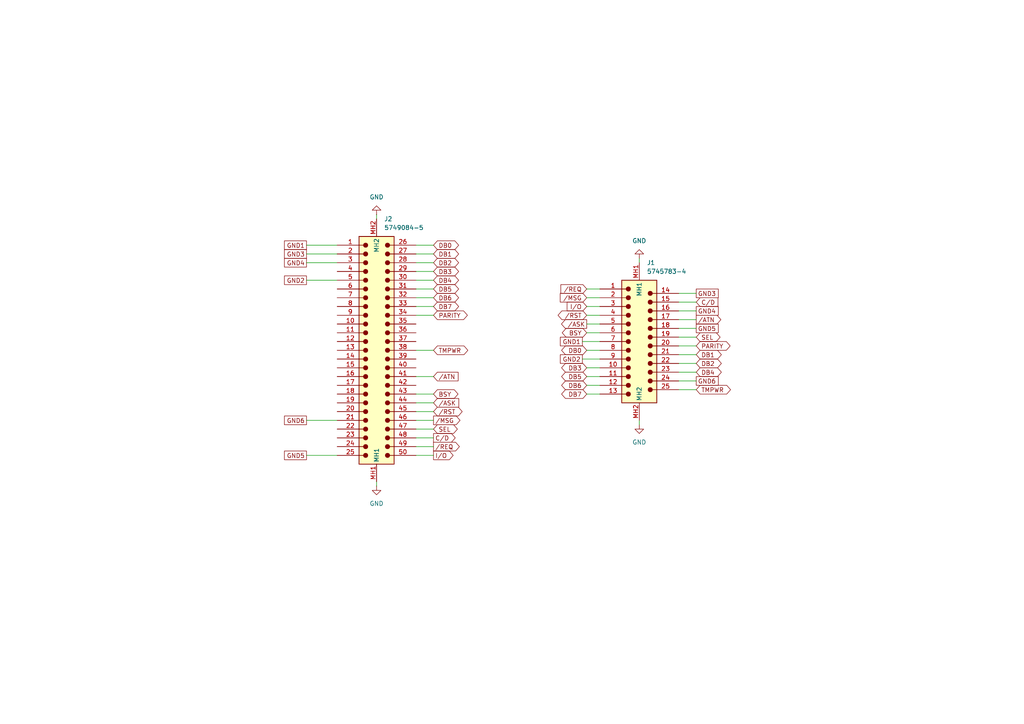
<source format=kicad_sch>
(kicad_sch
	(version 20231120)
	(generator "eeschema")
	(generator_version "8.0")
	(uuid "6dcfd41a-859a-4c39-817e-60a460d348e2")
	(paper "A4")
	(title_block
		(title "SCSI DB25-HD50 Adapter")
	)
	(lib_symbols
		(symbol "Local:TE_3_106507_2"
			(exclude_from_sim no)
			(in_bom yes)
			(on_board yes)
			(property "Reference" "J"
				(at -11.176 23.368 0)
				(effects
					(font
						(size 1.27 1.27)
					)
				)
			)
			(property "Value" "3-106507-2"
				(at -11.176 20.066 0)
				(effects
					(font
						(size 1.27 1.27)
					)
				)
			)
			(property "Footprint" "Local:TE_3_106507_2"
				(at -31.496 3.81 0)
				(effects
					(font
						(size 1.27 1.27)
					)
					(hide yes)
				)
			)
			(property "Datasheet" ""
				(at -31.496 3.81 0)
				(effects
					(font
						(size 1.27 1.27)
					)
					(hide yes)
				)
			)
			(property "Description" "25P.HDP20 REC.ASSY."
				(at 12.446 20.32 0)
				(effects
					(font
						(size 1.27 1.27)
					)
					(hide yes)
				)
			)
			(symbol "TE_3_106507_2_0_1"
				(circle
					(center -3.175 -15.24)
					(radius 0.635)
					(stroke
						(width 0)
						(type default)
					)
					(fill
						(type outline)
					)
				)
				(circle
					(center -3.175 -12.7)
					(radius 0.635)
					(stroke
						(width 0)
						(type default)
					)
					(fill
						(type outline)
					)
				)
				(circle
					(center -3.175 -10.16)
					(radius 0.635)
					(stroke
						(width 0)
						(type default)
					)
					(fill
						(type outline)
					)
				)
				(circle
					(center -3.175 -7.62)
					(radius 0.635)
					(stroke
						(width 0)
						(type default)
					)
					(fill
						(type outline)
					)
				)
				(circle
					(center -3.175 -5.08)
					(radius 0.635)
					(stroke
						(width 0)
						(type default)
					)
					(fill
						(type outline)
					)
				)
				(circle
					(center -3.175 -2.54)
					(radius 0.635)
					(stroke
						(width 0)
						(type default)
					)
					(fill
						(type outline)
					)
				)
				(circle
					(center -3.175 0)
					(radius 0.635)
					(stroke
						(width 0)
						(type default)
					)
					(fill
						(type outline)
					)
				)
				(circle
					(center -3.175 2.54)
					(radius 0.635)
					(stroke
						(width 0)
						(type default)
					)
					(fill
						(type outline)
					)
				)
				(circle
					(center -3.175 5.08)
					(radius 0.635)
					(stroke
						(width 0)
						(type default)
					)
					(fill
						(type outline)
					)
				)
				(circle
					(center -3.175 7.62)
					(radius 0.635)
					(stroke
						(width 0)
						(type default)
					)
					(fill
						(type outline)
					)
				)
				(circle
					(center -3.175 10.16)
					(radius 0.635)
					(stroke
						(width 0)
						(type default)
					)
					(fill
						(type outline)
					)
				)
				(circle
					(center -3.175 12.7)
					(radius 0.635)
					(stroke
						(width 0)
						(type default)
					)
					(fill
						(type outline)
					)
				)
				(circle
					(center -3.175 15.24)
					(radius 0.635)
					(stroke
						(width 0)
						(type default)
					)
					(fill
						(type outline)
					)
				)
				(polyline
					(pts
						(xy -5.08 17.78) (xy -5.08 -17.78) (xy 5.08 -17.78) (xy 5.08 17.78) (xy -5.08 17.78)
					)
					(stroke
						(width 0.254)
						(type default)
					)
					(fill
						(type background)
					)
				)
				(circle
					(center 3.175 -13.97)
					(radius 0.635)
					(stroke
						(width 0)
						(type default)
					)
					(fill
						(type outline)
					)
				)
				(circle
					(center 3.175 -11.43)
					(radius 0.635)
					(stroke
						(width 0)
						(type default)
					)
					(fill
						(type outline)
					)
				)
				(circle
					(center 3.175 -8.89)
					(radius 0.635)
					(stroke
						(width 0)
						(type default)
					)
					(fill
						(type outline)
					)
				)
				(circle
					(center 3.175 -6.35)
					(radius 0.635)
					(stroke
						(width 0)
						(type default)
					)
					(fill
						(type outline)
					)
				)
				(circle
					(center 3.175 -3.81)
					(radius 0.635)
					(stroke
						(width 0)
						(type default)
					)
					(fill
						(type outline)
					)
				)
				(circle
					(center 3.175 -1.27)
					(radius 0.635)
					(stroke
						(width 0)
						(type default)
					)
					(fill
						(type outline)
					)
				)
				(circle
					(center 3.175 1.27)
					(radius 0.635)
					(stroke
						(width 0)
						(type default)
					)
					(fill
						(type outline)
					)
				)
				(circle
					(center 3.175 3.81)
					(radius 0.635)
					(stroke
						(width 0)
						(type default)
					)
					(fill
						(type outline)
					)
				)
				(circle
					(center 3.175 6.35)
					(radius 0.635)
					(stroke
						(width 0)
						(type default)
					)
					(fill
						(type outline)
					)
				)
				(circle
					(center 3.175 8.89)
					(radius 0.635)
					(stroke
						(width 0)
						(type default)
					)
					(fill
						(type outline)
					)
				)
				(circle
					(center 3.175 11.43)
					(radius 0.635)
					(stroke
						(width 0)
						(type default)
					)
					(fill
						(type outline)
					)
				)
				(circle
					(center 3.175 13.97)
					(radius 0.635)
					(stroke
						(width 0)
						(type default)
					)
					(fill
						(type outline)
					)
				)
			)
			(symbol "TE_3_106507_2_1_1"
				(pin passive line
					(at -11.43 15.24 0)
					(length 7.62)
					(name "~"
						(effects
							(font
								(size 1.27 1.27)
							)
						)
					)
					(number "1"
						(effects
							(font
								(size 1.27 1.27)
							)
						)
					)
				)
				(pin passive line
					(at -11.43 -7.62 0)
					(length 7.62)
					(name "~"
						(effects
							(font
								(size 1.27 1.27)
							)
						)
					)
					(number "10"
						(effects
							(font
								(size 1.27 1.27)
							)
						)
					)
				)
				(pin passive line
					(at -11.43 -10.16 0)
					(length 7.62)
					(name "~"
						(effects
							(font
								(size 1.27 1.27)
							)
						)
					)
					(number "11"
						(effects
							(font
								(size 1.27 1.27)
							)
						)
					)
				)
				(pin passive line
					(at -11.43 -12.7 0)
					(length 7.62)
					(name "~"
						(effects
							(font
								(size 1.27 1.27)
							)
						)
					)
					(number "12"
						(effects
							(font
								(size 1.27 1.27)
							)
						)
					)
				)
				(pin passive line
					(at -11.43 -15.24 0)
					(length 7.62)
					(name "~"
						(effects
							(font
								(size 1.27 1.27)
							)
						)
					)
					(number "13"
						(effects
							(font
								(size 1.27 1.27)
							)
						)
					)
				)
				(pin passive line
					(at 11.43 13.97 180)
					(length 7.62)
					(name "~"
						(effects
							(font
								(size 1.27 1.27)
							)
						)
					)
					(number "14"
						(effects
							(font
								(size 1.27 1.27)
							)
						)
					)
				)
				(pin passive line
					(at 11.43 11.43 180)
					(length 7.62)
					(name "~"
						(effects
							(font
								(size 1.27 1.27)
							)
						)
					)
					(number "15"
						(effects
							(font
								(size 1.27 1.27)
							)
						)
					)
				)
				(pin passive line
					(at 11.43 8.89 180)
					(length 7.62)
					(name "~"
						(effects
							(font
								(size 1.27 1.27)
							)
						)
					)
					(number "16"
						(effects
							(font
								(size 1.27 1.27)
							)
						)
					)
				)
				(pin passive line
					(at 11.43 6.35 180)
					(length 7.62)
					(name "~"
						(effects
							(font
								(size 1.27 1.27)
							)
						)
					)
					(number "17"
						(effects
							(font
								(size 1.27 1.27)
							)
						)
					)
				)
				(pin passive line
					(at 11.43 3.81 180)
					(length 7.62)
					(name "~"
						(effects
							(font
								(size 1.27 1.27)
							)
						)
					)
					(number "18"
						(effects
							(font
								(size 1.27 1.27)
							)
						)
					)
				)
				(pin passive line
					(at 11.43 1.27 180)
					(length 7.62)
					(name "~"
						(effects
							(font
								(size 1.27 1.27)
							)
						)
					)
					(number "19"
						(effects
							(font
								(size 1.27 1.27)
							)
						)
					)
				)
				(pin passive line
					(at -11.43 12.7 0)
					(length 7.62)
					(name "~"
						(effects
							(font
								(size 1.27 1.27)
							)
						)
					)
					(number "2"
						(effects
							(font
								(size 1.27 1.27)
							)
						)
					)
				)
				(pin passive line
					(at 11.43 -1.27 180)
					(length 7.62)
					(name "~"
						(effects
							(font
								(size 1.27 1.27)
							)
						)
					)
					(number "20"
						(effects
							(font
								(size 1.27 1.27)
							)
						)
					)
				)
				(pin passive line
					(at 11.43 -3.81 180)
					(length 7.62)
					(name "~"
						(effects
							(font
								(size 1.27 1.27)
							)
						)
					)
					(number "21"
						(effects
							(font
								(size 1.27 1.27)
							)
						)
					)
				)
				(pin passive line
					(at 11.43 -6.35 180)
					(length 7.62)
					(name "~"
						(effects
							(font
								(size 1.27 1.27)
							)
						)
					)
					(number "22"
						(effects
							(font
								(size 1.27 1.27)
							)
						)
					)
				)
				(pin passive line
					(at 11.43 -8.89 180)
					(length 7.62)
					(name "~"
						(effects
							(font
								(size 1.27 1.27)
							)
						)
					)
					(number "23"
						(effects
							(font
								(size 1.27 1.27)
							)
						)
					)
				)
				(pin passive line
					(at 11.43 -11.43 180)
					(length 7.62)
					(name "~"
						(effects
							(font
								(size 1.27 1.27)
							)
						)
					)
					(number "24"
						(effects
							(font
								(size 1.27 1.27)
							)
						)
					)
				)
				(pin passive line
					(at 11.43 -13.97 180)
					(length 7.62)
					(name "~"
						(effects
							(font
								(size 1.27 1.27)
							)
						)
					)
					(number "25"
						(effects
							(font
								(size 1.27 1.27)
							)
						)
					)
				)
				(pin passive line
					(at -11.43 10.16 0)
					(length 7.62)
					(name "~"
						(effects
							(font
								(size 1.27 1.27)
							)
						)
					)
					(number "3"
						(effects
							(font
								(size 1.27 1.27)
							)
						)
					)
				)
				(pin passive line
					(at -11.43 7.62 0)
					(length 7.62)
					(name "~"
						(effects
							(font
								(size 1.27 1.27)
							)
						)
					)
					(number "4"
						(effects
							(font
								(size 1.27 1.27)
							)
						)
					)
				)
				(pin passive line
					(at -11.43 5.08 0)
					(length 7.62)
					(name "~"
						(effects
							(font
								(size 1.27 1.27)
							)
						)
					)
					(number "5"
						(effects
							(font
								(size 1.27 1.27)
							)
						)
					)
				)
				(pin passive line
					(at -11.43 2.54 0)
					(length 7.62)
					(name "~"
						(effects
							(font
								(size 1.27 1.27)
							)
						)
					)
					(number "6"
						(effects
							(font
								(size 1.27 1.27)
							)
						)
					)
				)
				(pin passive line
					(at -11.43 0 0)
					(length 7.62)
					(name "~"
						(effects
							(font
								(size 1.27 1.27)
							)
						)
					)
					(number "7"
						(effects
							(font
								(size 1.27 1.27)
							)
						)
					)
				)
				(pin passive line
					(at -11.43 -2.54 0)
					(length 7.62)
					(name "~"
						(effects
							(font
								(size 1.27 1.27)
							)
						)
					)
					(number "8"
						(effects
							(font
								(size 1.27 1.27)
							)
						)
					)
				)
				(pin passive line
					(at -11.43 -5.08 0)
					(length 7.62)
					(name "~"
						(effects
							(font
								(size 1.27 1.27)
							)
						)
					)
					(number "9"
						(effects
							(font
								(size 1.27 1.27)
							)
						)
					)
				)
				(pin passive line
					(at 0 22.86 270)
					(length 5.08)
					(name "MH1"
						(effects
							(font
								(size 1.27 1.27)
							)
						)
					)
					(number "MH1"
						(effects
							(font
								(size 1.27 1.27)
							)
						)
					)
				)
				(pin passive line
					(at 0 -22.86 90)
					(length 5.08)
					(name "MH2"
						(effects
							(font
								(size 1.27 1.27)
							)
						)
					)
					(number "MH2"
						(effects
							(font
								(size 1.27 1.27)
							)
						)
					)
				)
			)
		)
		(symbol "Local:TE_5749084_5"
			(exclude_from_sim no)
			(in_bom yes)
			(on_board yes)
			(property "Reference" "J"
				(at -10.414 39.624 0)
				(effects
					(font
						(size 1.27 1.27)
					)
				)
			)
			(property "Value" "5749084-5"
				(at -10.668 36.068 0)
				(effects
					(font
						(size 1.27 1.27)
					)
				)
			)
			(property "Footprint" "Local:TE_5749084_5"
				(at -10.668 36.068 0)
				(effects
					(font
						(size 1.27 1.27)
					)
					(hide yes)
				)
			)
			(property "Datasheet" ""
				(at -10.668 36.068 0)
				(effects
					(font
						(size 1.27 1.27)
					)
					(hide yes)
				)
			)
			(property "Description" "50 50SR R/A PLUG ASSY L/F "
				(at 18.288 36.322 0)
				(effects
					(font
						(size 1.27 1.27)
					)
					(hide yes)
				)
			)
			(property "ki_keywords" "connector plug male D-SUB SCSI"
				(at 0 0 0)
				(effects
					(font
						(size 1.27 1.27)
					)
					(hide yes)
				)
			)
			(symbol "TE_5749084_5_0_1"
				(circle
					(center -3.175 -30.48)
					(radius 0.635)
					(stroke
						(width 0)
						(type default)
					)
					(fill
						(type outline)
					)
				)
				(circle
					(center -3.175 -27.94)
					(radius 0.635)
					(stroke
						(width 0)
						(type default)
					)
					(fill
						(type outline)
					)
				)
				(circle
					(center -3.175 -25.4)
					(radius 0.635)
					(stroke
						(width 0)
						(type default)
					)
					(fill
						(type outline)
					)
				)
				(circle
					(center -3.175 -22.86)
					(radius 0.635)
					(stroke
						(width 0)
						(type default)
					)
					(fill
						(type outline)
					)
				)
				(circle
					(center -3.175 -20.32)
					(radius 0.635)
					(stroke
						(width 0)
						(type default)
					)
					(fill
						(type outline)
					)
				)
				(circle
					(center -3.175 -17.78)
					(radius 0.635)
					(stroke
						(width 0)
						(type default)
					)
					(fill
						(type outline)
					)
				)
				(circle
					(center -3.175 -15.24)
					(radius 0.635)
					(stroke
						(width 0)
						(type default)
					)
					(fill
						(type outline)
					)
				)
				(circle
					(center -3.175 -12.7)
					(radius 0.635)
					(stroke
						(width 0)
						(type default)
					)
					(fill
						(type outline)
					)
				)
				(circle
					(center -3.175 -10.16)
					(radius 0.635)
					(stroke
						(width 0)
						(type default)
					)
					(fill
						(type outline)
					)
				)
				(circle
					(center -3.175 -7.62)
					(radius 0.635)
					(stroke
						(width 0)
						(type default)
					)
					(fill
						(type outline)
					)
				)
				(circle
					(center -3.175 -5.08)
					(radius 0.635)
					(stroke
						(width 0)
						(type default)
					)
					(fill
						(type outline)
					)
				)
				(circle
					(center -3.175 -2.54)
					(radius 0.635)
					(stroke
						(width 0)
						(type default)
					)
					(fill
						(type outline)
					)
				)
				(circle
					(center -3.175 0)
					(radius 0.635)
					(stroke
						(width 0)
						(type default)
					)
					(fill
						(type outline)
					)
				)
				(circle
					(center -3.175 2.54)
					(radius 0.635)
					(stroke
						(width 0)
						(type default)
					)
					(fill
						(type outline)
					)
				)
				(circle
					(center -3.175 5.08)
					(radius 0.635)
					(stroke
						(width 0)
						(type default)
					)
					(fill
						(type outline)
					)
				)
				(circle
					(center -3.175 7.62)
					(radius 0.635)
					(stroke
						(width 0)
						(type default)
					)
					(fill
						(type outline)
					)
				)
				(circle
					(center -3.175 10.16)
					(radius 0.635)
					(stroke
						(width 0)
						(type default)
					)
					(fill
						(type outline)
					)
				)
				(circle
					(center -3.175 12.7)
					(radius 0.635)
					(stroke
						(width 0)
						(type default)
					)
					(fill
						(type outline)
					)
				)
				(circle
					(center -3.175 15.24)
					(radius 0.635)
					(stroke
						(width 0)
						(type default)
					)
					(fill
						(type outline)
					)
				)
				(circle
					(center -3.175 17.78)
					(radius 0.635)
					(stroke
						(width 0)
						(type default)
					)
					(fill
						(type outline)
					)
				)
				(circle
					(center -3.175 20.32)
					(radius 0.635)
					(stroke
						(width 0)
						(type default)
					)
					(fill
						(type outline)
					)
				)
				(circle
					(center -3.175 22.86)
					(radius 0.635)
					(stroke
						(width 0)
						(type default)
					)
					(fill
						(type outline)
					)
				)
				(circle
					(center -3.175 25.4)
					(radius 0.635)
					(stroke
						(width 0)
						(type default)
					)
					(fill
						(type outline)
					)
				)
				(circle
					(center -3.175 27.94)
					(radius 0.635)
					(stroke
						(width 0)
						(type default)
					)
					(fill
						(type outline)
					)
				)
				(circle
					(center -3.175 30.48)
					(radius 0.635)
					(stroke
						(width 0)
						(type default)
					)
					(fill
						(type outline)
					)
				)
				(polyline
					(pts
						(xy -5.08 33.02) (xy -5.08 -33.02) (xy 5.08 -33.02) (xy 5.08 33.02) (xy -5.08 33.02)
					)
					(stroke
						(width 0.254)
						(type default)
					)
					(fill
						(type background)
					)
				)
				(circle
					(center 3.175 -30.48)
					(radius 0.635)
					(stroke
						(width 0)
						(type default)
					)
					(fill
						(type outline)
					)
				)
				(circle
					(center 3.175 -27.94)
					(radius 0.635)
					(stroke
						(width 0)
						(type default)
					)
					(fill
						(type outline)
					)
				)
				(circle
					(center 3.175 -25.4)
					(radius 0.635)
					(stroke
						(width 0)
						(type default)
					)
					(fill
						(type outline)
					)
				)
				(circle
					(center 3.175 -22.86)
					(radius 0.635)
					(stroke
						(width 0)
						(type default)
					)
					(fill
						(type outline)
					)
				)
				(circle
					(center 3.175 -20.32)
					(radius 0.635)
					(stroke
						(width 0)
						(type default)
					)
					(fill
						(type outline)
					)
				)
				(circle
					(center 3.175 -17.78)
					(radius 0.635)
					(stroke
						(width 0)
						(type default)
					)
					(fill
						(type outline)
					)
				)
				(circle
					(center 3.175 -15.24)
					(radius 0.635)
					(stroke
						(width 0)
						(type default)
					)
					(fill
						(type outline)
					)
				)
				(circle
					(center 3.175 -12.7)
					(radius 0.635)
					(stroke
						(width 0)
						(type default)
					)
					(fill
						(type outline)
					)
				)
				(circle
					(center 3.175 -10.16)
					(radius 0.635)
					(stroke
						(width 0)
						(type default)
					)
					(fill
						(type outline)
					)
				)
				(circle
					(center 3.175 -7.62)
					(radius 0.635)
					(stroke
						(width 0)
						(type default)
					)
					(fill
						(type outline)
					)
				)
				(circle
					(center 3.175 -5.08)
					(radius 0.635)
					(stroke
						(width 0)
						(type default)
					)
					(fill
						(type outline)
					)
				)
				(circle
					(center 3.175 -2.54)
					(radius 0.635)
					(stroke
						(width 0)
						(type default)
					)
					(fill
						(type outline)
					)
				)
				(circle
					(center 3.175 0)
					(radius 0.635)
					(stroke
						(width 0)
						(type default)
					)
					(fill
						(type outline)
					)
				)
				(circle
					(center 3.175 2.54)
					(radius 0.635)
					(stroke
						(width 0)
						(type default)
					)
					(fill
						(type outline)
					)
				)
				(circle
					(center 3.175 5.08)
					(radius 0.635)
					(stroke
						(width 0)
						(type default)
					)
					(fill
						(type outline)
					)
				)
				(circle
					(center 3.175 7.62)
					(radius 0.635)
					(stroke
						(width 0)
						(type default)
					)
					(fill
						(type outline)
					)
				)
				(circle
					(center 3.175 10.16)
					(radius 0.635)
					(stroke
						(width 0)
						(type default)
					)
					(fill
						(type outline)
					)
				)
				(circle
					(center 3.175 12.7)
					(radius 0.635)
					(stroke
						(width 0)
						(type default)
					)
					(fill
						(type outline)
					)
				)
				(circle
					(center 3.175 15.24)
					(radius 0.635)
					(stroke
						(width 0)
						(type default)
					)
					(fill
						(type outline)
					)
				)
				(circle
					(center 3.175 17.78)
					(radius 0.635)
					(stroke
						(width 0)
						(type default)
					)
					(fill
						(type outline)
					)
				)
				(circle
					(center 3.175 20.32)
					(radius 0.635)
					(stroke
						(width 0)
						(type default)
					)
					(fill
						(type outline)
					)
				)
				(circle
					(center 3.175 22.86)
					(radius 0.635)
					(stroke
						(width 0)
						(type default)
					)
					(fill
						(type outline)
					)
				)
				(circle
					(center 3.175 25.4)
					(radius 0.635)
					(stroke
						(width 0)
						(type default)
					)
					(fill
						(type outline)
					)
				)
				(circle
					(center 3.175 27.94)
					(radius 0.635)
					(stroke
						(width 0)
						(type default)
					)
					(fill
						(type outline)
					)
				)
				(circle
					(center 3.175 30.48)
					(radius 0.635)
					(stroke
						(width 0)
						(type default)
					)
					(fill
						(type outline)
					)
				)
			)
			(symbol "TE_5749084_5_1_1"
				(pin passive line
					(at -11.43 30.48 0)
					(length 7.62)
					(name "~"
						(effects
							(font
								(size 1.27 1.27)
							)
						)
					)
					(number "1"
						(effects
							(font
								(size 1.27 1.27)
							)
						)
					)
				)
				(pin passive line
					(at -11.43 7.62 0)
					(length 7.62)
					(name "~"
						(effects
							(font
								(size 1.27 1.27)
							)
						)
					)
					(number "10"
						(effects
							(font
								(size 1.27 1.27)
							)
						)
					)
				)
				(pin passive line
					(at -11.43 5.08 0)
					(length 7.62)
					(name "~"
						(effects
							(font
								(size 1.27 1.27)
							)
						)
					)
					(number "11"
						(effects
							(font
								(size 1.27 1.27)
							)
						)
					)
				)
				(pin passive line
					(at -11.43 2.54 0)
					(length 7.62)
					(name "~"
						(effects
							(font
								(size 1.27 1.27)
							)
						)
					)
					(number "12"
						(effects
							(font
								(size 1.27 1.27)
							)
						)
					)
				)
				(pin passive line
					(at -11.43 0 0)
					(length 7.62)
					(name "~"
						(effects
							(font
								(size 1.27 1.27)
							)
						)
					)
					(number "13"
						(effects
							(font
								(size 1.27 1.27)
							)
						)
					)
				)
				(pin passive line
					(at -11.43 -2.54 0)
					(length 7.62)
					(name "~"
						(effects
							(font
								(size 1.27 1.27)
							)
						)
					)
					(number "14"
						(effects
							(font
								(size 1.27 1.27)
							)
						)
					)
				)
				(pin passive line
					(at -11.43 -5.08 0)
					(length 7.62)
					(name "~"
						(effects
							(font
								(size 1.27 1.27)
							)
						)
					)
					(number "15"
						(effects
							(font
								(size 1.27 1.27)
							)
						)
					)
				)
				(pin passive line
					(at -11.43 -7.62 0)
					(length 7.62)
					(name "~"
						(effects
							(font
								(size 1.27 1.27)
							)
						)
					)
					(number "16"
						(effects
							(font
								(size 1.27 1.27)
							)
						)
					)
				)
				(pin passive line
					(at -11.43 -10.16 0)
					(length 7.62)
					(name "~"
						(effects
							(font
								(size 1.27 1.27)
							)
						)
					)
					(number "17"
						(effects
							(font
								(size 1.27 1.27)
							)
						)
					)
				)
				(pin passive line
					(at -11.43 -12.7 0)
					(length 7.62)
					(name "~"
						(effects
							(font
								(size 1.27 1.27)
							)
						)
					)
					(number "18"
						(effects
							(font
								(size 1.27 1.27)
							)
						)
					)
				)
				(pin passive line
					(at -11.43 -15.24 0)
					(length 7.62)
					(name "~"
						(effects
							(font
								(size 1.27 1.27)
							)
						)
					)
					(number "19"
						(effects
							(font
								(size 1.27 1.27)
							)
						)
					)
				)
				(pin passive line
					(at -11.43 27.94 0)
					(length 7.62)
					(name "~"
						(effects
							(font
								(size 1.27 1.27)
							)
						)
					)
					(number "2"
						(effects
							(font
								(size 1.27 1.27)
							)
						)
					)
				)
				(pin passive line
					(at -11.43 -17.78 0)
					(length 7.62)
					(name "~"
						(effects
							(font
								(size 1.27 1.27)
							)
						)
					)
					(number "20"
						(effects
							(font
								(size 1.27 1.27)
							)
						)
					)
				)
				(pin passive line
					(at -11.43 -20.32 0)
					(length 7.62)
					(name "~"
						(effects
							(font
								(size 1.27 1.27)
							)
						)
					)
					(number "21"
						(effects
							(font
								(size 1.27 1.27)
							)
						)
					)
				)
				(pin passive line
					(at -11.43 -22.86 0)
					(length 7.62)
					(name "~"
						(effects
							(font
								(size 1.27 1.27)
							)
						)
					)
					(number "22"
						(effects
							(font
								(size 1.27 1.27)
							)
						)
					)
				)
				(pin passive line
					(at -11.43 -25.4 0)
					(length 7.62)
					(name "~"
						(effects
							(font
								(size 1.27 1.27)
							)
						)
					)
					(number "23"
						(effects
							(font
								(size 1.27 1.27)
							)
						)
					)
				)
				(pin passive line
					(at -11.43 -27.94 0)
					(length 7.62)
					(name "~"
						(effects
							(font
								(size 1.27 1.27)
							)
						)
					)
					(number "24"
						(effects
							(font
								(size 1.27 1.27)
							)
						)
					)
				)
				(pin passive line
					(at -11.43 -30.48 0)
					(length 7.62)
					(name "~"
						(effects
							(font
								(size 1.27 1.27)
							)
						)
					)
					(number "25"
						(effects
							(font
								(size 1.27 1.27)
							)
						)
					)
				)
				(pin passive line
					(at 11.43 30.48 180)
					(length 7.62)
					(name "~"
						(effects
							(font
								(size 1.27 1.27)
							)
						)
					)
					(number "26"
						(effects
							(font
								(size 1.27 1.27)
							)
						)
					)
				)
				(pin passive line
					(at 11.43 27.94 180)
					(length 7.62)
					(name "~"
						(effects
							(font
								(size 1.27 1.27)
							)
						)
					)
					(number "27"
						(effects
							(font
								(size 1.27 1.27)
							)
						)
					)
				)
				(pin passive line
					(at 11.43 25.4 180)
					(length 7.62)
					(name "~"
						(effects
							(font
								(size 1.27 1.27)
							)
						)
					)
					(number "28"
						(effects
							(font
								(size 1.27 1.27)
							)
						)
					)
				)
				(pin passive line
					(at 11.43 22.86 180)
					(length 7.62)
					(name "~"
						(effects
							(font
								(size 1.27 1.27)
							)
						)
					)
					(number "29"
						(effects
							(font
								(size 1.27 1.27)
							)
						)
					)
				)
				(pin passive line
					(at -11.43 25.4 0)
					(length 7.62)
					(name "~"
						(effects
							(font
								(size 1.27 1.27)
							)
						)
					)
					(number "3"
						(effects
							(font
								(size 1.27 1.27)
							)
						)
					)
				)
				(pin passive line
					(at 11.43 20.32 180)
					(length 7.62)
					(name "~"
						(effects
							(font
								(size 1.27 1.27)
							)
						)
					)
					(number "30"
						(effects
							(font
								(size 1.27 1.27)
							)
						)
					)
				)
				(pin passive line
					(at 11.43 17.78 180)
					(length 7.62)
					(name "~"
						(effects
							(font
								(size 1.27 1.27)
							)
						)
					)
					(number "31"
						(effects
							(font
								(size 1.27 1.27)
							)
						)
					)
				)
				(pin passive line
					(at 11.43 15.24 180)
					(length 7.62)
					(name "~"
						(effects
							(font
								(size 1.27 1.27)
							)
						)
					)
					(number "32"
						(effects
							(font
								(size 1.27 1.27)
							)
						)
					)
				)
				(pin passive line
					(at 11.43 12.7 180)
					(length 7.62)
					(name "~"
						(effects
							(font
								(size 1.27 1.27)
							)
						)
					)
					(number "33"
						(effects
							(font
								(size 1.27 1.27)
							)
						)
					)
				)
				(pin passive line
					(at 11.43 10.16 180)
					(length 7.62)
					(name "~"
						(effects
							(font
								(size 1.27 1.27)
							)
						)
					)
					(number "34"
						(effects
							(font
								(size 1.27 1.27)
							)
						)
					)
				)
				(pin passive line
					(at 11.43 7.62 180)
					(length 7.62)
					(name "~"
						(effects
							(font
								(size 1.27 1.27)
							)
						)
					)
					(number "35"
						(effects
							(font
								(size 1.27 1.27)
							)
						)
					)
				)
				(pin passive line
					(at 11.43 5.08 180)
					(length 7.62)
					(name "~"
						(effects
							(font
								(size 1.27 1.27)
							)
						)
					)
					(number "36"
						(effects
							(font
								(size 1.27 1.27)
							)
						)
					)
				)
				(pin passive line
					(at 11.43 2.54 180)
					(length 7.62)
					(name "~"
						(effects
							(font
								(size 1.27 1.27)
							)
						)
					)
					(number "37"
						(effects
							(font
								(size 1.27 1.27)
							)
						)
					)
				)
				(pin passive line
					(at 11.43 0 180)
					(length 7.62)
					(name "~"
						(effects
							(font
								(size 1.27 1.27)
							)
						)
					)
					(number "38"
						(effects
							(font
								(size 1.27 1.27)
							)
						)
					)
				)
				(pin passive line
					(at 11.43 -2.54 180)
					(length 7.62)
					(name "~"
						(effects
							(font
								(size 1.27 1.27)
							)
						)
					)
					(number "39"
						(effects
							(font
								(size 1.27 1.27)
							)
						)
					)
				)
				(pin passive line
					(at -11.43 22.86 0)
					(length 7.62)
					(name "~"
						(effects
							(font
								(size 1.27 1.27)
							)
						)
					)
					(number "4"
						(effects
							(font
								(size 1.27 1.27)
							)
						)
					)
				)
				(pin passive line
					(at 11.43 -5.08 180)
					(length 7.62)
					(name "~"
						(effects
							(font
								(size 1.27 1.27)
							)
						)
					)
					(number "40"
						(effects
							(font
								(size 1.27 1.27)
							)
						)
					)
				)
				(pin passive line
					(at 11.43 -7.62 180)
					(length 7.62)
					(name "~"
						(effects
							(font
								(size 1.27 1.27)
							)
						)
					)
					(number "41"
						(effects
							(font
								(size 1.27 1.27)
							)
						)
					)
				)
				(pin passive line
					(at 11.43 -10.16 180)
					(length 7.62)
					(name "~"
						(effects
							(font
								(size 1.27 1.27)
							)
						)
					)
					(number "42"
						(effects
							(font
								(size 1.27 1.27)
							)
						)
					)
				)
				(pin passive line
					(at 11.43 -12.7 180)
					(length 7.62)
					(name "~"
						(effects
							(font
								(size 1.27 1.27)
							)
						)
					)
					(number "43"
						(effects
							(font
								(size 1.27 1.27)
							)
						)
					)
				)
				(pin passive line
					(at 11.43 -15.24 180)
					(length 7.62)
					(name "~"
						(effects
							(font
								(size 1.27 1.27)
							)
						)
					)
					(number "44"
						(effects
							(font
								(size 1.27 1.27)
							)
						)
					)
				)
				(pin passive line
					(at 11.43 -17.78 180)
					(length 7.62)
					(name "~"
						(effects
							(font
								(size 1.27 1.27)
							)
						)
					)
					(number "45"
						(effects
							(font
								(size 1.27 1.27)
							)
						)
					)
				)
				(pin passive line
					(at 11.43 -20.32 180)
					(length 7.62)
					(name "~"
						(effects
							(font
								(size 1.27 1.27)
							)
						)
					)
					(number "46"
						(effects
							(font
								(size 1.27 1.27)
							)
						)
					)
				)
				(pin passive line
					(at 11.43 -22.86 180)
					(length 7.62)
					(name "~"
						(effects
							(font
								(size 1.27 1.27)
							)
						)
					)
					(number "47"
						(effects
							(font
								(size 1.27 1.27)
							)
						)
					)
				)
				(pin passive line
					(at 11.43 -25.4 180)
					(length 7.62)
					(name "~"
						(effects
							(font
								(size 1.27 1.27)
							)
						)
					)
					(number "48"
						(effects
							(font
								(size 1.27 1.27)
							)
						)
					)
				)
				(pin passive line
					(at 11.43 -27.94 180)
					(length 7.62)
					(name "~"
						(effects
							(font
								(size 1.27 1.27)
							)
						)
					)
					(number "49"
						(effects
							(font
								(size 1.27 1.27)
							)
						)
					)
				)
				(pin passive line
					(at -11.43 20.32 0)
					(length 7.62)
					(name "~"
						(effects
							(font
								(size 1.27 1.27)
							)
						)
					)
					(number "5"
						(effects
							(font
								(size 1.27 1.27)
							)
						)
					)
				)
				(pin passive line
					(at 11.43 -30.48 180)
					(length 7.62)
					(name "~"
						(effects
							(font
								(size 1.27 1.27)
							)
						)
					)
					(number "50"
						(effects
							(font
								(size 1.27 1.27)
							)
						)
					)
				)
				(pin passive line
					(at -11.43 17.78 0)
					(length 7.62)
					(name "~"
						(effects
							(font
								(size 1.27 1.27)
							)
						)
					)
					(number "6"
						(effects
							(font
								(size 1.27 1.27)
							)
						)
					)
				)
				(pin passive line
					(at -11.43 15.24 0)
					(length 7.62)
					(name "~"
						(effects
							(font
								(size 1.27 1.27)
							)
						)
					)
					(number "7"
						(effects
							(font
								(size 1.27 1.27)
							)
						)
					)
				)
				(pin passive line
					(at -11.43 12.7 0)
					(length 7.62)
					(name "~"
						(effects
							(font
								(size 1.27 1.27)
							)
						)
					)
					(number "8"
						(effects
							(font
								(size 1.27 1.27)
							)
						)
					)
				)
				(pin passive line
					(at -11.43 10.16 0)
					(length 7.62)
					(name "~"
						(effects
							(font
								(size 1.27 1.27)
							)
						)
					)
					(number "9"
						(effects
							(font
								(size 1.27 1.27)
							)
						)
					)
				)
				(pin passive line
					(at 0 -38.1 90)
					(length 5.08)
					(name "MH1"
						(effects
							(font
								(size 1.27 1.27)
							)
						)
					)
					(number "MH1"
						(effects
							(font
								(size 1.27 1.27)
							)
						)
					)
				)
				(pin passive line
					(at 0 38.1 270)
					(length 5.08)
					(name "MH2"
						(effects
							(font
								(size 1.27 1.27)
							)
						)
					)
					(number "MH2"
						(effects
							(font
								(size 1.27 1.27)
							)
						)
					)
				)
			)
		)
		(symbol "power:GND"
			(power)
			(pin_numbers hide)
			(pin_names
				(offset 0) hide)
			(exclude_from_sim no)
			(in_bom yes)
			(on_board yes)
			(property "Reference" "#PWR"
				(at 0 -6.35 0)
				(effects
					(font
						(size 1.27 1.27)
					)
					(hide yes)
				)
			)
			(property "Value" "GND"
				(at 0 -3.81 0)
				(effects
					(font
						(size 1.27 1.27)
					)
				)
			)
			(property "Footprint" ""
				(at 0 0 0)
				(effects
					(font
						(size 1.27 1.27)
					)
					(hide yes)
				)
			)
			(property "Datasheet" ""
				(at 0 0 0)
				(effects
					(font
						(size 1.27 1.27)
					)
					(hide yes)
				)
			)
			(property "Description" "Power symbol creates a global label with name \"GND\" , ground"
				(at 0 0 0)
				(effects
					(font
						(size 1.27 1.27)
					)
					(hide yes)
				)
			)
			(property "ki_keywords" "global power"
				(at 0 0 0)
				(effects
					(font
						(size 1.27 1.27)
					)
					(hide yes)
				)
			)
			(symbol "GND_0_1"
				(polyline
					(pts
						(xy 0 0) (xy 0 -1.27) (xy 1.27 -1.27) (xy 0 -2.54) (xy -1.27 -1.27) (xy 0 -1.27)
					)
					(stroke
						(width 0)
						(type default)
					)
					(fill
						(type none)
					)
				)
			)
			(symbol "GND_1_1"
				(pin power_in line
					(at 0 0 270)
					(length 0)
					(name "~"
						(effects
							(font
								(size 1.27 1.27)
							)
						)
					)
					(number "1"
						(effects
							(font
								(size 1.27 1.27)
							)
						)
					)
				)
			)
		)
	)
	(wire
		(pts
			(xy 88.9 121.92) (xy 97.79 121.92)
		)
		(stroke
			(width 0)
			(type default)
		)
		(uuid "009172d3-0049-465c-9a65-a5af0639a49c")
	)
	(wire
		(pts
			(xy 120.65 132.08) (xy 125.73 132.08)
		)
		(stroke
			(width 0)
			(type default)
		)
		(uuid "092a4092-6204-4583-84a3-fd6bae2c8a10")
	)
	(wire
		(pts
			(xy 120.65 124.46) (xy 125.73 124.46)
		)
		(stroke
			(width 0)
			(type default)
		)
		(uuid "112d4fed-1fb2-4436-931c-44eb0e66f925")
	)
	(wire
		(pts
			(xy 120.65 88.9) (xy 125.73 88.9)
		)
		(stroke
			(width 0)
			(type default)
		)
		(uuid "1b63272c-2a91-413a-9c9f-21eb8dde9462")
	)
	(wire
		(pts
			(xy 88.9 81.28) (xy 97.79 81.28)
		)
		(stroke
			(width 0)
			(type default)
		)
		(uuid "1e21e354-7a69-4ed0-a77a-f30d18c4ade3")
	)
	(wire
		(pts
			(xy 88.9 76.2) (xy 97.79 76.2)
		)
		(stroke
			(width 0)
			(type default)
		)
		(uuid "237ec60b-6192-4e53-ae45-8f07970bcdac")
	)
	(wire
		(pts
			(xy 120.65 78.74) (xy 125.73 78.74)
		)
		(stroke
			(width 0)
			(type default)
		)
		(uuid "23ec4495-f0db-470b-a064-e72ff8c675e7")
	)
	(wire
		(pts
			(xy 120.65 109.22) (xy 125.73 109.22)
		)
		(stroke
			(width 0)
			(type default)
		)
		(uuid "2a6651b2-5c18-4b77-9878-87fcb5338c8b")
	)
	(wire
		(pts
			(xy 196.85 113.03) (xy 201.93 113.03)
		)
		(stroke
			(width 0)
			(type default)
		)
		(uuid "2e231af0-1cc1-4ead-968b-2ceca73fefa3")
	)
	(wire
		(pts
			(xy 120.65 101.6) (xy 125.73 101.6)
		)
		(stroke
			(width 0)
			(type default)
		)
		(uuid "32ece2f0-bf90-4a18-8e1d-7fd6377199b9")
	)
	(wire
		(pts
			(xy 170.18 114.3) (xy 173.99 114.3)
		)
		(stroke
			(width 0)
			(type default)
		)
		(uuid "34338509-af17-4cc8-8d32-cc7f3efbffb8")
	)
	(wire
		(pts
			(xy 196.85 102.87) (xy 201.93 102.87)
		)
		(stroke
			(width 0)
			(type default)
		)
		(uuid "3c716294-2699-4d46-9531-12116f58f2e2")
	)
	(wire
		(pts
			(xy 170.18 106.68) (xy 173.99 106.68)
		)
		(stroke
			(width 0)
			(type default)
		)
		(uuid "409a486b-6244-45f1-bf3f-06c0954dfba0")
	)
	(wire
		(pts
			(xy 196.85 105.41) (xy 201.93 105.41)
		)
		(stroke
			(width 0)
			(type default)
		)
		(uuid "4450798f-c175-42ce-8681-f5647e4245df")
	)
	(wire
		(pts
			(xy 185.42 121.92) (xy 185.42 123.19)
		)
		(stroke
			(width 0)
			(type default)
		)
		(uuid "45d1b8d0-27a4-4862-a62e-e652a66e355d")
	)
	(wire
		(pts
			(xy 88.9 132.08) (xy 97.79 132.08)
		)
		(stroke
			(width 0)
			(type default)
		)
		(uuid "51182347-ae08-4b9c-8ff9-232061494cff")
	)
	(wire
		(pts
			(xy 120.65 91.44) (xy 125.73 91.44)
		)
		(stroke
			(width 0)
			(type default)
		)
		(uuid "5b494955-fd2c-4082-90a8-c0b2ed25deba")
	)
	(wire
		(pts
			(xy 168.91 104.14) (xy 173.99 104.14)
		)
		(stroke
			(width 0)
			(type default)
		)
		(uuid "5d85c2bb-d902-470c-8648-946f0eeedeaa")
	)
	(wire
		(pts
			(xy 120.65 119.38) (xy 125.73 119.38)
		)
		(stroke
			(width 0)
			(type default)
		)
		(uuid "6175e8b2-3649-4a3c-841a-2faba1baa67a")
	)
	(wire
		(pts
			(xy 120.65 76.2) (xy 125.73 76.2)
		)
		(stroke
			(width 0)
			(type default)
		)
		(uuid "63151039-de5a-4b8e-968a-9cedf3e33a5b")
	)
	(wire
		(pts
			(xy 170.18 109.22) (xy 173.99 109.22)
		)
		(stroke
			(width 0)
			(type default)
		)
		(uuid "65c87761-4d4d-43cf-a761-22c595a82071")
	)
	(wire
		(pts
			(xy 196.85 92.71) (xy 201.93 92.71)
		)
		(stroke
			(width 0)
			(type default)
		)
		(uuid "692a5acb-163c-4d09-87c0-b7434b74939a")
	)
	(wire
		(pts
			(xy 120.65 81.28) (xy 125.73 81.28)
		)
		(stroke
			(width 0)
			(type default)
		)
		(uuid "6ac33869-edbb-41e0-baed-6a2ffb03a382")
	)
	(wire
		(pts
			(xy 170.18 93.98) (xy 173.99 93.98)
		)
		(stroke
			(width 0)
			(type default)
		)
		(uuid "6d937643-6a67-4b11-b669-81731770c8b9")
	)
	(wire
		(pts
			(xy 120.65 86.36) (xy 125.73 86.36)
		)
		(stroke
			(width 0)
			(type default)
		)
		(uuid "71653c2e-2f59-401e-a5c6-9f58488a7c2f")
	)
	(wire
		(pts
			(xy 120.65 73.66) (xy 125.73 73.66)
		)
		(stroke
			(width 0)
			(type default)
		)
		(uuid "7a03fe69-c50b-4fe4-83eb-7af3091858b5")
	)
	(wire
		(pts
			(xy 170.18 101.6) (xy 173.99 101.6)
		)
		(stroke
			(width 0)
			(type default)
		)
		(uuid "7c926624-acc2-4a04-896b-3f15909c77cb")
	)
	(wire
		(pts
			(xy 109.22 62.23) (xy 109.22 63.5)
		)
		(stroke
			(width 0)
			(type default)
		)
		(uuid "7d8e35fb-9c4b-4fee-a046-c091cd98a726")
	)
	(wire
		(pts
			(xy 196.85 110.49) (xy 201.93 110.49)
		)
		(stroke
			(width 0)
			(type default)
		)
		(uuid "805b5f88-8b71-4e5c-9b58-5819e8b38efc")
	)
	(wire
		(pts
			(xy 196.85 85.09) (xy 201.93 85.09)
		)
		(stroke
			(width 0)
			(type default)
		)
		(uuid "81799cfd-8fc7-4e6c-b569-ffdf07047832")
	)
	(wire
		(pts
			(xy 196.85 97.79) (xy 201.93 97.79)
		)
		(stroke
			(width 0)
			(type default)
		)
		(uuid "8e7d981e-03eb-4bba-aab8-30bd56ba71dc")
	)
	(wire
		(pts
			(xy 196.85 87.63) (xy 201.93 87.63)
		)
		(stroke
			(width 0)
			(type default)
		)
		(uuid "9480246f-9517-40e2-9466-a44ba5ad0f47")
	)
	(wire
		(pts
			(xy 120.65 116.84) (xy 125.73 116.84)
		)
		(stroke
			(width 0)
			(type default)
		)
		(uuid "95295502-e2aa-460d-9c5e-95f984630e2c")
	)
	(wire
		(pts
			(xy 120.65 129.54) (xy 125.73 129.54)
		)
		(stroke
			(width 0)
			(type default)
		)
		(uuid "960a3997-17db-47b5-b185-a3d96dae99cf")
	)
	(wire
		(pts
			(xy 170.18 96.52) (xy 173.99 96.52)
		)
		(stroke
			(width 0)
			(type default)
		)
		(uuid "99c18ae4-d0c4-429c-a316-6649df52e8be")
	)
	(wire
		(pts
			(xy 88.9 71.12) (xy 97.79 71.12)
		)
		(stroke
			(width 0)
			(type default)
		)
		(uuid "a0ea5512-581e-420c-9d0f-0419f76af469")
	)
	(wire
		(pts
			(xy 170.18 111.76) (xy 173.99 111.76)
		)
		(stroke
			(width 0)
			(type default)
		)
		(uuid "a1fdf81c-b155-4b65-b347-7f26a22a9298")
	)
	(wire
		(pts
			(xy 120.65 71.12) (xy 125.73 71.12)
		)
		(stroke
			(width 0)
			(type default)
		)
		(uuid "ab137bbf-0307-4acc-b0b1-d0434f8ec8be")
	)
	(wire
		(pts
			(xy 185.42 74.93) (xy 185.42 76.2)
		)
		(stroke
			(width 0)
			(type default)
		)
		(uuid "addbb321-b95f-43fe-ba0d-409908595017")
	)
	(wire
		(pts
			(xy 170.18 88.9) (xy 173.99 88.9)
		)
		(stroke
			(width 0)
			(type default)
		)
		(uuid "b1cf0d84-1f52-4c65-9fe9-70fa74a46bff")
	)
	(wire
		(pts
			(xy 120.65 121.92) (xy 125.73 121.92)
		)
		(stroke
			(width 0)
			(type default)
		)
		(uuid "b44bc215-9f8b-4636-81f9-a1d54151aa4e")
	)
	(wire
		(pts
			(xy 120.65 83.82) (xy 125.73 83.82)
		)
		(stroke
			(width 0)
			(type default)
		)
		(uuid "b776e6cc-a189-4cb5-9e7a-b62edb8ea900")
	)
	(wire
		(pts
			(xy 120.65 127) (xy 125.73 127)
		)
		(stroke
			(width 0)
			(type default)
		)
		(uuid "bd016bb4-d9f0-4fff-bf97-484e84f25f84")
	)
	(wire
		(pts
			(xy 196.85 95.25) (xy 201.93 95.25)
		)
		(stroke
			(width 0)
			(type default)
		)
		(uuid "c0ee2db7-cc58-4872-a18b-6b06f12a27ef")
	)
	(wire
		(pts
			(xy 170.18 83.82) (xy 173.99 83.82)
		)
		(stroke
			(width 0)
			(type default)
		)
		(uuid "c2f9fabe-b7d6-4816-a985-685a39a03792")
	)
	(wire
		(pts
			(xy 170.18 91.44) (xy 173.99 91.44)
		)
		(stroke
			(width 0)
			(type default)
		)
		(uuid "c443c451-b0b8-4885-9f78-aab4b255bc2a")
	)
	(wire
		(pts
			(xy 196.85 107.95) (xy 201.93 107.95)
		)
		(stroke
			(width 0)
			(type default)
		)
		(uuid "c6049a76-f6e8-4734-a035-d5b7f2c75fa9")
	)
	(wire
		(pts
			(xy 170.18 86.36) (xy 173.99 86.36)
		)
		(stroke
			(width 0)
			(type default)
		)
		(uuid "c9de2f9e-2c51-4175-95c3-7e6087fd9615")
	)
	(wire
		(pts
			(xy 120.65 114.3) (xy 125.73 114.3)
		)
		(stroke
			(width 0)
			(type default)
		)
		(uuid "cdcd9768-5ef6-4149-a728-495aeb037021")
	)
	(wire
		(pts
			(xy 196.85 100.33) (xy 201.93 100.33)
		)
		(stroke
			(width 0)
			(type default)
		)
		(uuid "d066e18d-43a8-458e-8f45-a596e944ca1b")
	)
	(wire
		(pts
			(xy 88.9 73.66) (xy 97.79 73.66)
		)
		(stroke
			(width 0)
			(type default)
		)
		(uuid "ded9d8ed-bb0a-4e3e-a6bb-d2cf5d8c267c")
	)
	(wire
		(pts
			(xy 109.22 139.7) (xy 109.22 140.97)
		)
		(stroke
			(width 0)
			(type default)
		)
		(uuid "e9f92d9e-ad47-490d-a3e1-8daede960a54")
	)
	(wire
		(pts
			(xy 168.91 99.06) (xy 173.99 99.06)
		)
		(stroke
			(width 0)
			(type default)
		)
		(uuid "eec23fb7-4224-471b-af7f-23ad3858da2e")
	)
	(wire
		(pts
			(xy 196.85 90.17) (xy 201.93 90.17)
		)
		(stroke
			(width 0)
			(type default)
		)
		(uuid "fa5b2ca6-ca0d-4412-baa1-b3717301c941")
	)
	(global_label "DB7"
		(shape bidirectional)
		(at 125.73 88.9 0)
		(fields_autoplaced yes)
		(effects
			(font
				(size 1.27 1.27)
			)
			(justify left)
		)
		(uuid "030a6df4-bccd-4723-a844-3a9b83e4ff08")
		(property "Intersheetrefs" "${INTERSHEET_REFS}"
			(at 133.576 88.9 0)
			(effects
				(font
					(size 1.27 1.27)
				)
				(justify left)
				(hide yes)
			)
		)
	)
	(global_label "DB7"
		(shape bidirectional)
		(at 170.18 114.3 180)
		(fields_autoplaced yes)
		(effects
			(font
				(size 1.27 1.27)
			)
			(justify right)
		)
		(uuid "037d1d8c-f70c-45f3-ac74-d71a187dd652")
		(property "Intersheetrefs" "${INTERSHEET_REFS}"
			(at 162.334 114.3 0)
			(effects
				(font
					(size 1.27 1.27)
				)
				(justify right)
				(hide yes)
			)
		)
	)
	(global_label "SEL"
		(shape bidirectional)
		(at 125.73 124.46 0)
		(fields_autoplaced yes)
		(effects
			(font
				(size 1.27 1.27)
			)
			(justify left)
		)
		(uuid "0976eb29-2e48-4593-8bab-49b5feffcb34")
		(property "Intersheetrefs" "${INTERSHEET_REFS}"
			(at 133.2131 124.46 0)
			(effects
				(font
					(size 1.27 1.27)
				)
				(justify left)
				(hide yes)
			)
		)
	)
	(global_label "C{slash}D"
		(shape output)
		(at 125.73 127 0)
		(fields_autoplaced yes)
		(effects
			(font
				(size 1.27 1.27)
			)
			(justify left)
		)
		(uuid "0a1647d4-9585-4814-bf8c-ab20faa39522")
		(property "Intersheetrefs" "${INTERSHEET_REFS}"
			(at 132.5857 127 0)
			(effects
				(font
					(size 1.27 1.27)
				)
				(justify left)
				(hide yes)
			)
		)
	)
	(global_label "SEL"
		(shape bidirectional)
		(at 201.93 97.79 0)
		(fields_autoplaced yes)
		(effects
			(font
				(size 1.27 1.27)
			)
			(justify left)
		)
		(uuid "1333d95a-d560-467c-aa58-442a0905a613")
		(property "Intersheetrefs" "${INTERSHEET_REFS}"
			(at 209.4131 97.79 0)
			(effects
				(font
					(size 1.27 1.27)
				)
				(justify left)
				(hide yes)
			)
		)
	)
	(global_label "DB5"
		(shape bidirectional)
		(at 125.73 83.82 0)
		(fields_autoplaced yes)
		(effects
			(font
				(size 1.27 1.27)
			)
			(justify left)
		)
		(uuid "13cb0dfb-e44c-4aec-a105-1739129ff7d1")
		(property "Intersheetrefs" "${INTERSHEET_REFS}"
			(at 133.576 83.82 0)
			(effects
				(font
					(size 1.27 1.27)
				)
				(justify left)
				(hide yes)
			)
		)
	)
	(global_label "{slash}ASK"
		(shape input)
		(at 125.73 116.84 0)
		(fields_autoplaced yes)
		(effects
			(font
				(size 1.27 1.27)
			)
			(justify left)
		)
		(uuid "14483872-8785-4384-b5f9-b32f9b7cae38")
		(property "Intersheetrefs" "${INTERSHEET_REFS}"
			(at 133.6138 116.84 0)
			(effects
				(font
					(size 1.27 1.27)
				)
				(justify left)
				(hide yes)
			)
		)
	)
	(global_label "I{slash}O"
		(shape input)
		(at 170.18 88.9 180)
		(fields_autoplaced yes)
		(effects
			(font
				(size 1.27 1.27)
			)
			(justify right)
		)
		(uuid "1656f8ec-89e6-430f-9ab9-c717176d8407")
		(property "Intersheetrefs" "${INTERSHEET_REFS}"
			(at 163.929 88.9 0)
			(effects
				(font
					(size 1.27 1.27)
				)
				(justify right)
				(hide yes)
			)
		)
	)
	(global_label "I{slash}O"
		(shape output)
		(at 125.73 132.08 0)
		(fields_autoplaced yes)
		(effects
			(font
				(size 1.27 1.27)
			)
			(justify left)
		)
		(uuid "19bff3a3-7d61-425c-ade2-0865b5242513")
		(property "Intersheetrefs" "${INTERSHEET_REFS}"
			(at 131.981 132.08 0)
			(effects
				(font
					(size 1.27 1.27)
				)
				(justify left)
				(hide yes)
			)
		)
	)
	(global_label "DB3"
		(shape bidirectional)
		(at 170.18 106.68 180)
		(fields_autoplaced yes)
		(effects
			(font
				(size 1.27 1.27)
			)
			(justify right)
		)
		(uuid "1ca7905f-b5bd-40be-a268-80651b02c5a9")
		(property "Intersheetrefs" "${INTERSHEET_REFS}"
			(at 162.334 106.68 0)
			(effects
				(font
					(size 1.27 1.27)
				)
				(justify right)
				(hide yes)
			)
		)
	)
	(global_label "GND3"
		(shape passive)
		(at 201.93 85.09 0)
		(fields_autoplaced yes)
		(effects
			(font
				(size 1.27 1.27)
			)
			(justify left)
		)
		(uuid "242036f1-fe02-4a8d-b4c0-bceaaf58e5c2")
		(property "Intersheetrefs" "${INTERSHEET_REFS}"
			(at 208.8839 85.09 0)
			(effects
				(font
					(size 1.27 1.27)
				)
				(justify left)
				(hide yes)
			)
		)
	)
	(global_label "{slash}ATN"
		(shape output)
		(at 201.93 92.71 0)
		(fields_autoplaced yes)
		(effects
			(font
				(size 1.27 1.27)
			)
			(justify left)
		)
		(uuid "25361809-aefe-4f0e-bc64-b6d25fd80602")
		(property "Intersheetrefs" "${INTERSHEET_REFS}"
			(at 209.6324 92.71 0)
			(effects
				(font
					(size 1.27 1.27)
				)
				(justify left)
				(hide yes)
			)
		)
	)
	(global_label "{slash}REQ"
		(shape input)
		(at 170.18 83.82 180)
		(fields_autoplaced yes)
		(effects
			(font
				(size 1.27 1.27)
			)
			(justify right)
		)
		(uuid "25cd40c8-56ec-41b0-b15f-c74166abbf0e")
		(property "Intersheetrefs" "${INTERSHEET_REFS}"
			(at 162.1148 83.82 0)
			(effects
				(font
					(size 1.27 1.27)
				)
				(justify right)
				(hide yes)
			)
		)
	)
	(global_label "GND5"
		(shape passive)
		(at 201.93 95.25 0)
		(fields_autoplaced yes)
		(effects
			(font
				(size 1.27 1.27)
			)
			(justify left)
		)
		(uuid "25f890aa-52b0-4db3-b0c7-dd20ef9a2337")
		(property "Intersheetrefs" "${INTERSHEET_REFS}"
			(at 208.8839 95.25 0)
			(effects
				(font
					(size 1.27 1.27)
				)
				(justify left)
				(hide yes)
			)
		)
	)
	(global_label "DB6"
		(shape bidirectional)
		(at 125.73 86.36 0)
		(fields_autoplaced yes)
		(effects
			(font
				(size 1.27 1.27)
			)
			(justify left)
		)
		(uuid "28e53239-22bf-4a47-885c-3831e8ef1bc5")
		(property "Intersheetrefs" "${INTERSHEET_REFS}"
			(at 133.576 86.36 0)
			(effects
				(font
					(size 1.27 1.27)
				)
				(justify left)
				(hide yes)
			)
		)
	)
	(global_label "TMPWR"
		(shape bidirectional)
		(at 201.93 113.03 0)
		(fields_autoplaced yes)
		(effects
			(font
				(size 1.27 1.27)
			)
			(justify left)
		)
		(uuid "28e5fc09-beaa-4083-bf56-2e0b79dc1066")
		(property "Intersheetrefs" "${INTERSHEET_REFS}"
			(at 212.4369 113.03 0)
			(effects
				(font
					(size 1.27 1.27)
				)
				(justify left)
				(hide yes)
			)
		)
	)
	(global_label "{slash}ASK"
		(shape output)
		(at 170.18 93.98 180)
		(fields_autoplaced yes)
		(effects
			(font
				(size 1.27 1.27)
			)
			(justify right)
		)
		(uuid "2dc29cea-f0c5-404f-92b3-c8f0f7756877")
		(property "Intersheetrefs" "${INTERSHEET_REFS}"
			(at 162.2962 93.98 0)
			(effects
				(font
					(size 1.27 1.27)
				)
				(justify right)
				(hide yes)
			)
		)
	)
	(global_label "GND1"
		(shape passive)
		(at 168.91 99.06 180)
		(fields_autoplaced yes)
		(effects
			(font
				(size 1.27 1.27)
			)
			(justify right)
		)
		(uuid "30d81a16-36cf-4bbe-a2ca-ab3f6ee2a956")
		(property "Intersheetrefs" "${INTERSHEET_REFS}"
			(at 161.9561 99.06 0)
			(effects
				(font
					(size 1.27 1.27)
				)
				(justify right)
				(hide yes)
			)
		)
	)
	(global_label "GND6"
		(shape passive)
		(at 88.9 121.92 180)
		(fields_autoplaced yes)
		(effects
			(font
				(size 1.27 1.27)
			)
			(justify right)
		)
		(uuid "34f09c5d-d91b-478a-b7f2-ce93cdd90780")
		(property "Intersheetrefs" "${INTERSHEET_REFS}"
			(at 81.9461 121.92 0)
			(effects
				(font
					(size 1.27 1.27)
				)
				(justify right)
				(hide yes)
			)
		)
	)
	(global_label "{slash}RST"
		(shape bidirectional)
		(at 170.18 91.44 180)
		(fields_autoplaced yes)
		(effects
			(font
				(size 1.27 1.27)
			)
			(justify right)
		)
		(uuid "3e3dcb5c-3392-4005-b32f-dbbb5b0911a6")
		(property "Intersheetrefs" "${INTERSHEET_REFS}"
			(at 161.3059 91.44 0)
			(effects
				(font
					(size 1.27 1.27)
				)
				(justify right)
				(hide yes)
			)
		)
	)
	(global_label "BSY"
		(shape bidirectional)
		(at 125.73 114.3 0)
		(fields_autoplaced yes)
		(effects
			(font
				(size 1.27 1.27)
			)
			(justify left)
		)
		(uuid "41146b60-a4bb-4449-97ad-cfe6820b0285")
		(property "Intersheetrefs" "${INTERSHEET_REFS}"
			(at 133.3946 114.3 0)
			(effects
				(font
					(size 1.27 1.27)
				)
				(justify left)
				(hide yes)
			)
		)
	)
	(global_label "GND6"
		(shape passive)
		(at 201.93 110.49 0)
		(fields_autoplaced yes)
		(effects
			(font
				(size 1.27 1.27)
			)
			(justify left)
		)
		(uuid "44209ed3-bdc0-4141-826e-6c31ea5b68f5")
		(property "Intersheetrefs" "${INTERSHEET_REFS}"
			(at 208.8839 110.49 0)
			(effects
				(font
					(size 1.27 1.27)
				)
				(justify left)
				(hide yes)
			)
		)
	)
	(global_label "DB6"
		(shape bidirectional)
		(at 170.18 111.76 180)
		(fields_autoplaced yes)
		(effects
			(font
				(size 1.27 1.27)
			)
			(justify right)
		)
		(uuid "477826e1-8ca9-4fd8-a28a-bba68935b457")
		(property "Intersheetrefs" "${INTERSHEET_REFS}"
			(at 162.334 111.76 0)
			(effects
				(font
					(size 1.27 1.27)
				)
				(justify right)
				(hide yes)
			)
		)
	)
	(global_label "GND4"
		(shape passive)
		(at 88.9 76.2 180)
		(fields_autoplaced yes)
		(effects
			(font
				(size 1.27 1.27)
			)
			(justify right)
		)
		(uuid "4af870c1-a28e-4a94-bb69-860075f56e8c")
		(property "Intersheetrefs" "${INTERSHEET_REFS}"
			(at 81.9461 76.2 0)
			(effects
				(font
					(size 1.27 1.27)
				)
				(justify right)
				(hide yes)
			)
		)
	)
	(global_label "C{slash}D"
		(shape input)
		(at 201.93 87.63 0)
		(fields_autoplaced yes)
		(effects
			(font
				(size 1.27 1.27)
			)
			(justify left)
		)
		(uuid "5286a88d-cab0-4d2d-a0f8-81bb72998247")
		(property "Intersheetrefs" "${INTERSHEET_REFS}"
			(at 208.7857 87.63 0)
			(effects
				(font
					(size 1.27 1.27)
				)
				(justify left)
				(hide yes)
			)
		)
	)
	(global_label "DB0"
		(shape bidirectional)
		(at 125.73 71.12 0)
		(fields_autoplaced yes)
		(effects
			(font
				(size 1.27 1.27)
			)
			(justify left)
		)
		(uuid "609ccc04-fbaa-4649-bdfa-cea07897d6ae")
		(property "Intersheetrefs" "${INTERSHEET_REFS}"
			(at 133.576 71.12 0)
			(effects
				(font
					(size 1.27 1.27)
				)
				(justify left)
				(hide yes)
			)
		)
	)
	(global_label "GND5"
		(shape passive)
		(at 88.9 132.08 180)
		(fields_autoplaced yes)
		(effects
			(font
				(size 1.27 1.27)
			)
			(justify right)
		)
		(uuid "65fa5a09-8b9a-4ae0-ba9c-a0b046fa6888")
		(property "Intersheetrefs" "${INTERSHEET_REFS}"
			(at 81.9461 132.08 0)
			(effects
				(font
					(size 1.27 1.27)
				)
				(justify right)
				(hide yes)
			)
		)
	)
	(global_label "PARITY"
		(shape bidirectional)
		(at 201.93 100.33 0)
		(fields_autoplaced yes)
		(effects
			(font
				(size 1.27 1.27)
			)
			(justify left)
		)
		(uuid "67587546-29d8-4f8f-b365-b7eb10aca088")
		(property "Intersheetrefs" "${INTERSHEET_REFS}"
			(at 212.3161 100.33 0)
			(effects
				(font
					(size 1.27 1.27)
				)
				(justify left)
				(hide yes)
			)
		)
	)
	(global_label "PARITY"
		(shape bidirectional)
		(at 125.73 91.44 0)
		(fields_autoplaced yes)
		(effects
			(font
				(size 1.27 1.27)
			)
			(justify left)
		)
		(uuid "6f819103-3bc0-4fe4-a07d-5b7664d7fcc9")
		(property "Intersheetrefs" "${INTERSHEET_REFS}"
			(at 136.1161 91.44 0)
			(effects
				(font
					(size 1.27 1.27)
				)
				(justify left)
				(hide yes)
			)
		)
	)
	(global_label "{slash}ATN"
		(shape input)
		(at 125.73 109.22 0)
		(fields_autoplaced yes)
		(effects
			(font
				(size 1.27 1.27)
			)
			(justify left)
		)
		(uuid "7bb3ad39-30fb-4b27-95c7-011dc80c13bd")
		(property "Intersheetrefs" "${INTERSHEET_REFS}"
			(at 133.4324 109.22 0)
			(effects
				(font
					(size 1.27 1.27)
				)
				(justify left)
				(hide yes)
			)
		)
	)
	(global_label "{slash}MSG"
		(shape input)
		(at 170.18 86.36 180)
		(fields_autoplaced yes)
		(effects
			(font
				(size 1.27 1.27)
			)
			(justify right)
		)
		(uuid "8f97d8e4-7cef-44ad-8ebe-04a8c2ebd149")
		(property "Intersheetrefs" "${INTERSHEET_REFS}"
			(at 161.9334 86.36 0)
			(effects
				(font
					(size 1.27 1.27)
				)
				(justify right)
				(hide yes)
			)
		)
	)
	(global_label "GND3"
		(shape passive)
		(at 88.9 73.66 180)
		(fields_autoplaced yes)
		(effects
			(font
				(size 1.27 1.27)
			)
			(justify right)
		)
		(uuid "932d4fbc-5ed8-4828-a574-1f4f1ba502cb")
		(property "Intersheetrefs" "${INTERSHEET_REFS}"
			(at 81.9461 73.66 0)
			(effects
				(font
					(size 1.27 1.27)
				)
				(justify right)
				(hide yes)
			)
		)
	)
	(global_label "GND1"
		(shape passive)
		(at 88.9 71.12 180)
		(fields_autoplaced yes)
		(effects
			(font
				(size 1.27 1.27)
			)
			(justify right)
		)
		(uuid "99d49539-a856-49d5-9c69-0aae7827e2da")
		(property "Intersheetrefs" "${INTERSHEET_REFS}"
			(at 81.9461 71.12 0)
			(effects
				(font
					(size 1.27 1.27)
				)
				(justify right)
				(hide yes)
			)
		)
	)
	(global_label "DB5"
		(shape bidirectional)
		(at 170.18 109.22 180)
		(fields_autoplaced yes)
		(effects
			(font
				(size 1.27 1.27)
			)
			(justify right)
		)
		(uuid "9b561ffc-b058-4f3a-8016-9939d2a17488")
		(property "Intersheetrefs" "${INTERSHEET_REFS}"
			(at 162.334 109.22 0)
			(effects
				(font
					(size 1.27 1.27)
				)
				(justify right)
				(hide yes)
			)
		)
	)
	(global_label "{slash}MSG"
		(shape output)
		(at 125.73 121.92 0)
		(fields_autoplaced yes)
		(effects
			(font
				(size 1.27 1.27)
			)
			(justify left)
		)
		(uuid "9e28c829-8edd-4e08-9865-389a1946be5d")
		(property "Intersheetrefs" "${INTERSHEET_REFS}"
			(at 133.9766 121.92 0)
			(effects
				(font
					(size 1.27 1.27)
				)
				(justify left)
				(hide yes)
			)
		)
	)
	(global_label "GND2"
		(shape passive)
		(at 168.91 104.14 180)
		(fields_autoplaced yes)
		(effects
			(font
				(size 1.27 1.27)
			)
			(justify right)
		)
		(uuid "a73643e3-1995-440b-9083-e89e8184258f")
		(property "Intersheetrefs" "${INTERSHEET_REFS}"
			(at 161.9561 104.14 0)
			(effects
				(font
					(size 1.27 1.27)
				)
				(justify right)
				(hide yes)
			)
		)
	)
	(global_label "BSY"
		(shape bidirectional)
		(at 170.18 96.52 180)
		(fields_autoplaced yes)
		(effects
			(font
				(size 1.27 1.27)
			)
			(justify right)
		)
		(uuid "a954f510-659e-468f-b86e-e9d0dafc9bc8")
		(property "Intersheetrefs" "${INTERSHEET_REFS}"
			(at 162.5154 96.52 0)
			(effects
				(font
					(size 1.27 1.27)
				)
				(justify right)
				(hide yes)
			)
		)
	)
	(global_label "DB4"
		(shape bidirectional)
		(at 125.73 81.28 0)
		(fields_autoplaced yes)
		(effects
			(font
				(size 1.27 1.27)
			)
			(justify left)
		)
		(uuid "aab2d291-a68e-4a0e-9951-ad065a980def")
		(property "Intersheetrefs" "${INTERSHEET_REFS}"
			(at 133.576 81.28 0)
			(effects
				(font
					(size 1.27 1.27)
				)
				(justify left)
				(hide yes)
			)
		)
	)
	(global_label "TMPWR"
		(shape bidirectional)
		(at 125.73 101.6 0)
		(fields_autoplaced yes)
		(effects
			(font
				(size 1.27 1.27)
			)
			(justify left)
		)
		(uuid "b5567842-e70e-47e7-91d4-1127d565a314")
		(property "Intersheetrefs" "${INTERSHEET_REFS}"
			(at 136.2369 101.6 0)
			(effects
				(font
					(size 1.27 1.27)
				)
				(justify left)
				(hide yes)
			)
		)
	)
	(global_label "DB4"
		(shape bidirectional)
		(at 201.93 107.95 0)
		(fields_autoplaced yes)
		(effects
			(font
				(size 1.27 1.27)
			)
			(justify left)
		)
		(uuid "bcc7cd18-c909-4a6b-a747-91a9fc03c9cf")
		(property "Intersheetrefs" "${INTERSHEET_REFS}"
			(at 209.776 107.95 0)
			(effects
				(font
					(size 1.27 1.27)
				)
				(justify left)
				(hide yes)
			)
		)
	)
	(global_label "DB3"
		(shape bidirectional)
		(at 125.73 78.74 0)
		(fields_autoplaced yes)
		(effects
			(font
				(size 1.27 1.27)
			)
			(justify left)
		)
		(uuid "c15cc8f3-e3a3-4f45-b29f-4f7ba2b21a7a")
		(property "Intersheetrefs" "${INTERSHEET_REFS}"
			(at 133.576 78.74 0)
			(effects
				(font
					(size 1.27 1.27)
				)
				(justify left)
				(hide yes)
			)
		)
	)
	(global_label "DB1"
		(shape bidirectional)
		(at 125.73 73.66 0)
		(fields_autoplaced yes)
		(effects
			(font
				(size 1.27 1.27)
			)
			(justify left)
		)
		(uuid "c520fc2e-17e1-412c-aaee-dd1a34059feb")
		(property "Intersheetrefs" "${INTERSHEET_REFS}"
			(at 133.576 73.66 0)
			(effects
				(font
					(size 1.27 1.27)
				)
				(justify left)
				(hide yes)
			)
		)
	)
	(global_label "DB2"
		(shape bidirectional)
		(at 201.93 105.41 0)
		(fields_autoplaced yes)
		(effects
			(font
				(size 1.27 1.27)
			)
			(justify left)
		)
		(uuid "c6aa464b-6b3d-4011-9065-cc30961120d6")
		(property "Intersheetrefs" "${INTERSHEET_REFS}"
			(at 209.776 105.41 0)
			(effects
				(font
					(size 1.27 1.27)
				)
				(justify left)
				(hide yes)
			)
		)
	)
	(global_label "{slash}RST"
		(shape bidirectional)
		(at 125.73 119.38 0)
		(fields_autoplaced yes)
		(effects
			(font
				(size 1.27 1.27)
			)
			(justify left)
		)
		(uuid "c7f023e4-4fd9-4c84-a934-089fb809f2ab")
		(property "Intersheetrefs" "${INTERSHEET_REFS}"
			(at 134.6041 119.38 0)
			(effects
				(font
					(size 1.27 1.27)
				)
				(justify left)
				(hide yes)
			)
		)
	)
	(global_label "GND4"
		(shape passive)
		(at 201.93 90.17 0)
		(fields_autoplaced yes)
		(effects
			(font
				(size 1.27 1.27)
			)
			(justify left)
		)
		(uuid "c7f115ff-6855-48c1-aaf8-b40b3e032a7d")
		(property "Intersheetrefs" "${INTERSHEET_REFS}"
			(at 208.8839 90.17 0)
			(effects
				(font
					(size 1.27 1.27)
				)
				(justify left)
				(hide yes)
			)
		)
	)
	(global_label "GND2"
		(shape passive)
		(at 88.9 81.28 180)
		(fields_autoplaced yes)
		(effects
			(font
				(size 1.27 1.27)
			)
			(justify right)
		)
		(uuid "d25fad1e-07d4-4f40-99d2-46f40566216b")
		(property "Intersheetrefs" "${INTERSHEET_REFS}"
			(at 81.9461 81.28 0)
			(effects
				(font
					(size 1.27 1.27)
				)
				(justify right)
				(hide yes)
			)
		)
	)
	(global_label "{slash}REQ"
		(shape output)
		(at 125.73 129.54 0)
		(fields_autoplaced yes)
		(effects
			(font
				(size 1.27 1.27)
			)
			(justify left)
		)
		(uuid "e959ccb0-40c4-4dcb-857a-0a3828c01a7e")
		(property "Intersheetrefs" "${INTERSHEET_REFS}"
			(at 133.7952 129.54 0)
			(effects
				(font
					(size 1.27 1.27)
				)
				(justify left)
				(hide yes)
			)
		)
	)
	(global_label "DB0"
		(shape bidirectional)
		(at 170.18 101.6 180)
		(fields_autoplaced yes)
		(effects
			(font
				(size 1.27 1.27)
			)
			(justify right)
		)
		(uuid "ea553200-6f16-4b7a-8606-62d68566ce5d")
		(property "Intersheetrefs" "${INTERSHEET_REFS}"
			(at 162.334 101.6 0)
			(effects
				(font
					(size 1.27 1.27)
				)
				(justify right)
				(hide yes)
			)
		)
	)
	(global_label "DB2"
		(shape bidirectional)
		(at 125.73 76.2 0)
		(fields_autoplaced yes)
		(effects
			(font
				(size 1.27 1.27)
			)
			(justify left)
		)
		(uuid "f687e319-dc3c-4690-b84c-e2d02a1f579e")
		(property "Intersheetrefs" "${INTERSHEET_REFS}"
			(at 133.576 76.2 0)
			(effects
				(font
					(size 1.27 1.27)
				)
				(justify left)
				(hide yes)
			)
		)
	)
	(global_label "DB1"
		(shape bidirectional)
		(at 201.93 102.87 0)
		(fields_autoplaced yes)
		(effects
			(font
				(size 1.27 1.27)
			)
			(justify left)
		)
		(uuid "ffad6166-49f0-4331-affe-c97ab3d2742d")
		(property "Intersheetrefs" "${INTERSHEET_REFS}"
			(at 209.776 102.87 0)
			(effects
				(font
					(size 1.27 1.27)
				)
				(justify left)
				(hide yes)
			)
		)
	)
	(symbol
		(lib_id "Local:TE_5749084_5")
		(at 109.22 101.6 0)
		(unit 1)
		(exclude_from_sim no)
		(in_bom yes)
		(on_board yes)
		(dnp no)
		(fields_autoplaced yes)
		(uuid "794cd8ef-3d8d-4f05-ac17-99c323d62023")
		(property "Reference" "J2"
			(at 111.4141 63.5 0)
			(effects
				(font
					(size 1.27 1.27)
				)
				(justify left)
			)
		)
		(property "Value" "5749084-5"
			(at 111.4141 66.04 0)
			(effects
				(font
					(size 1.27 1.27)
				)
				(justify left)
			)
		)
		(property "Footprint" "Local:TE_5749084_5"
			(at 98.552 65.532 0)
			(effects
				(font
					(size 1.27 1.27)
				)
				(hide yes)
			)
		)
		(property "Datasheet" ""
			(at 98.552 65.532 0)
			(effects
				(font
					(size 1.27 1.27)
				)
				(hide yes)
			)
		)
		(property "Description" "50 50SR R/A PLUG ASSY L/F"
			(at 127.508 65.278 0)
			(effects
				(font
					(size 1.27 1.27)
				)
				(hide yes)
			)
		)
		(pin "36"
			(uuid "d6ffaec8-7ff0-4215-8268-08eee366fea5")
		)
		(pin "47"
			(uuid "55ab7243-5a7b-449e-b78d-d9ba2c937dd9")
		)
		(pin "35"
			(uuid "60ac6403-a641-4e7f-8277-42d696551383")
		)
		(pin "23"
			(uuid "77cf45de-3905-40fc-b975-110041069f80")
		)
		(pin "16"
			(uuid "e6ebd565-605a-4bc1-8d48-e6e6238327bd")
		)
		(pin "27"
			(uuid "923c9b6f-4ec2-4de2-8119-a23dc706024a")
		)
		(pin "21"
			(uuid "9b3b77ba-1325-4891-857f-11860f72ae68")
		)
		(pin "29"
			(uuid "ef0aece9-c7dc-46c7-9445-8031fa510b58")
		)
		(pin "18"
			(uuid "f4e47f4e-cde6-440b-a935-268ec142970d")
		)
		(pin "3"
			(uuid "0b9a3757-4eed-4c52-aee3-b371e9e44aaf")
		)
		(pin "4"
			(uuid "12ae1cd5-ac42-4900-b93d-431a341f0afa")
		)
		(pin "20"
			(uuid "7ceafb7f-df5a-4dde-ada6-4a2e30000503")
		)
		(pin "10"
			(uuid "9afba9e5-38ab-4fd7-ae88-a0fc4a537204")
		)
		(pin "34"
			(uuid "be29abc8-be04-4eee-ac81-bdd404b38980")
		)
		(pin "42"
			(uuid "92e72695-fc68-43dc-a82b-e1f1dd0ef68f")
		)
		(pin "44"
			(uuid "8245e319-3ced-413d-bd0c-ae52f5ea96a0")
		)
		(pin "26"
			(uuid "babbc34e-37a2-42e3-bba3-2e733efb0c81")
		)
		(pin "11"
			(uuid "ccb74ec8-2e5d-4208-b799-9c37f860b592")
		)
		(pin "24"
			(uuid "c0277633-3da6-4231-8617-90fd830c5697")
		)
		(pin "13"
			(uuid "505316ed-ed5e-418b-b302-7477401e1f02")
		)
		(pin "14"
			(uuid "0df7b7bc-76c2-4cb3-8eca-7ff5c6908e62")
		)
		(pin "17"
			(uuid "a8e7241a-66bd-4673-bc00-f7b351e8d0a9")
		)
		(pin "19"
			(uuid "8021b495-0fc4-461b-b0de-3fc7a0484acc")
		)
		(pin "30"
			(uuid "63928315-5bb9-4b8f-a008-294bde223c4d")
		)
		(pin "38"
			(uuid "79075a69-6a5f-4e20-86bc-80770a93a2d4")
		)
		(pin "25"
			(uuid "f1f984ad-8861-4b74-8bbd-2a7969f2a12e")
		)
		(pin "37"
			(uuid "31513e41-37a0-40c4-ae1d-016b4ae9e7e0")
		)
		(pin "41"
			(uuid "93f62e0f-da1c-465b-9d8c-59bf3efc11a9")
		)
		(pin "15"
			(uuid "86aef07e-5bc4-46a4-b730-60b3494d193c")
		)
		(pin "12"
			(uuid "d460abbc-ed72-438e-afad-3ebc7f88414c")
		)
		(pin "2"
			(uuid "3d2c1c79-638a-40d6-b76c-cb15fe07f6c9")
		)
		(pin "28"
			(uuid "aa7ab8c2-5b96-4cc0-9dae-defff31f70d9")
		)
		(pin "1"
			(uuid "91a120ff-6cb4-48d7-9fed-8d3ace3018c3")
		)
		(pin "32"
			(uuid "7babeb8c-bb9c-4dcd-a134-3ed4164e6455")
		)
		(pin "49"
			(uuid "4e2591c5-0b86-45c2-8474-71eae32ba4c8")
		)
		(pin "22"
			(uuid "f32a4c6a-44f9-47a6-adc9-8bab193cd330")
		)
		(pin "39"
			(uuid "6428094a-ffc3-4839-ace8-1fe8ba0835e3")
		)
		(pin "40"
			(uuid "cbfe9efc-c933-43c3-b3a0-5ee7260a3645")
		)
		(pin "31"
			(uuid "ded05a92-ec1f-4046-ac51-a8b7f323f4f5")
		)
		(pin "45"
			(uuid "75296c81-152c-4f47-9d31-79a0c8dc9add")
		)
		(pin "46"
			(uuid "22d5de48-564b-442c-9a1b-731163840aec")
		)
		(pin "48"
			(uuid "5e62ecaa-043d-4120-bd74-0858bfb398b0")
		)
		(pin "5"
			(uuid "f24f670e-586d-4e4f-8935-09f6c3259441")
		)
		(pin "6"
			(uuid "aca75c46-4efb-4e09-87d4-ceade09cbf8e")
		)
		(pin "33"
			(uuid "3a8c18c3-9ae9-4d47-889d-d429dd31d1f6")
		)
		(pin "43"
			(uuid "31223159-45ce-4400-9569-ba4524da7bb7")
		)
		(pin "7"
			(uuid "edc4c4f2-526d-4253-9e97-75b095dcd119")
		)
		(pin "8"
			(uuid "2a927cc0-0cda-4e59-b1a7-6b5eeba7b3db")
		)
		(pin "9"
			(uuid "c3dd81a0-3f44-4efb-a97b-5c4d0301b7f3")
		)
		(pin "MH1"
			(uuid "4f269eed-8742-4e5f-b3c9-7e277521d3af")
		)
		(pin "50"
			(uuid "3e29040c-a021-4f11-a76e-6bf66decad76")
		)
		(pin "MH2"
			(uuid "7a6024ef-77f6-4598-89de-d2f7dba4ad75")
		)
		(instances
			(project ""
				(path "/6dcfd41a-859a-4c39-817e-60a460d348e2"
					(reference "J2")
					(unit 1)
				)
			)
		)
	)
	(symbol
		(lib_id "power:GND")
		(at 185.42 74.93 0)
		(mirror x)
		(unit 1)
		(exclude_from_sim no)
		(in_bom yes)
		(on_board yes)
		(dnp no)
		(uuid "81fe5ba6-5634-4a9e-9688-731305ce67b0")
		(property "Reference" "#PWR04"
			(at 185.42 68.58 0)
			(effects
				(font
					(size 1.27 1.27)
				)
				(hide yes)
			)
		)
		(property "Value" "GND"
			(at 185.42 69.85 0)
			(effects
				(font
					(size 1.27 1.27)
				)
			)
		)
		(property "Footprint" ""
			(at 185.42 74.93 0)
			(effects
				(font
					(size 1.27 1.27)
				)
				(hide yes)
			)
		)
		(property "Datasheet" ""
			(at 185.42 74.93 0)
			(effects
				(font
					(size 1.27 1.27)
				)
				(hide yes)
			)
		)
		(property "Description" "Power symbol creates a global label with name \"GND\" , ground"
			(at 185.42 74.93 0)
			(effects
				(font
					(size 1.27 1.27)
				)
				(hide yes)
			)
		)
		(pin "1"
			(uuid "3a5854bb-5678-4ff9-a3b3-96e4201116e5")
		)
		(instances
			(project "scsi_d25p50k_adapter"
				(path "/6dcfd41a-859a-4c39-817e-60a460d348e2"
					(reference "#PWR04")
					(unit 1)
				)
			)
		)
	)
	(symbol
		(lib_id "power:GND")
		(at 109.22 140.97 0)
		(unit 1)
		(exclude_from_sim no)
		(in_bom yes)
		(on_board yes)
		(dnp no)
		(fields_autoplaced yes)
		(uuid "8d7d8aac-54da-4057-a89e-91b126e61a25")
		(property "Reference" "#PWR01"
			(at 109.22 147.32 0)
			(effects
				(font
					(size 1.27 1.27)
				)
				(hide yes)
			)
		)
		(property "Value" "GND"
			(at 109.22 146.05 0)
			(effects
				(font
					(size 1.27 1.27)
				)
			)
		)
		(property "Footprint" ""
			(at 109.22 140.97 0)
			(effects
				(font
					(size 1.27 1.27)
				)
				(hide yes)
			)
		)
		(property "Datasheet" ""
			(at 109.22 140.97 0)
			(effects
				(font
					(size 1.27 1.27)
				)
				(hide yes)
			)
		)
		(property "Description" "Power symbol creates a global label with name \"GND\" , ground"
			(at 109.22 140.97 0)
			(effects
				(font
					(size 1.27 1.27)
				)
				(hide yes)
			)
		)
		(pin "1"
			(uuid "0b916f2c-772b-4143-860e-07135ebe2eca")
		)
		(instances
			(project ""
				(path "/6dcfd41a-859a-4c39-817e-60a460d348e2"
					(reference "#PWR01")
					(unit 1)
				)
			)
		)
	)
	(symbol
		(lib_id "Local:TE_3_106507_2")
		(at 185.42 99.06 0)
		(unit 1)
		(exclude_from_sim no)
		(in_bom yes)
		(on_board yes)
		(dnp no)
		(fields_autoplaced yes)
		(uuid "8f731610-ac60-4761-b6b1-1ae9a299e250")
		(property "Reference" "J1"
			(at 187.6141 76.2 0)
			(effects
				(font
					(size 1.27 1.27)
				)
				(justify left)
			)
		)
		(property "Value" "5745783-4"
			(at 187.6141 78.74 0)
			(effects
				(font
					(size 1.27 1.27)
				)
				(justify left)
			)
		)
		(property "Footprint" "Local:TE_5747846_4"
			(at 153.924 95.25 0)
			(effects
				(font
					(size 1.27 1.27)
				)
				(hide yes)
			)
		)
		(property "Datasheet" ""
			(at 153.924 95.25 0)
			(effects
				(font
					(size 1.27 1.27)
				)
				(hide yes)
			)
		)
		(property "Description" ""
			(at 197.866 78.74 0)
			(effects
				(font
					(size 1.27 1.27)
				)
				(hide yes)
			)
		)
		(pin "12"
			(uuid "e2aa6f59-8946-48c5-a8ab-2d8331aa6dce")
		)
		(pin "2"
			(uuid "79a95d42-17f1-48a2-85d0-d85d938ef722")
		)
		(pin "17"
			(uuid "aafa64a2-b1cb-44ef-82aa-cb5fe6f7075f")
		)
		(pin "21"
			(uuid "12dab88f-f75e-4800-9393-ae69bb73636e")
		)
		(pin "6"
			(uuid "c1df4c78-611e-4b53-83ac-b5f5aaeb63c3")
		)
		(pin "10"
			(uuid "1ba03216-e5db-4282-b1a1-a6c5adf1915c")
		)
		(pin "16"
			(uuid "d4fb390e-856e-440e-a43a-de3ab24e25ba")
		)
		(pin "4"
			(uuid "de3bfe05-f14a-41f9-996b-b1c95206728d")
		)
		(pin "MH1"
			(uuid "3e5ba281-3d59-409b-8a5b-3e7f85f4a8c0")
		)
		(pin "5"
			(uuid "b5f2e73a-469c-4d02-8e79-0f83fc98486b")
		)
		(pin "7"
			(uuid "8e44128a-b934-45c1-bfac-d22bb2aca8c3")
		)
		(pin "22"
			(uuid "faaab014-76be-40b9-96a3-5591b60d51f8")
		)
		(pin "MH2"
			(uuid "5897bc5d-7390-43b8-bc76-5410e7ca889b")
		)
		(pin "20"
			(uuid "d3910878-db1e-440c-aae4-0e9702966e2b")
		)
		(pin "25"
			(uuid "7a1b7aa7-af3a-4711-a311-77aa087a99d2")
		)
		(pin "19"
			(uuid "f97b482e-82b3-4f86-9116-d1aa2a8faa3d")
		)
		(pin "23"
			(uuid "d2dfbb3d-24f8-496b-bb37-7a9394b99db6")
		)
		(pin "1"
			(uuid "132622be-02d7-498e-a3c5-7e57cfc5b0c9")
		)
		(pin "11"
			(uuid "2da04cef-fad8-4987-9a56-97e2f2a141fa")
		)
		(pin "18"
			(uuid "b3209425-7bef-4e20-aa9e-c416e7d05633")
		)
		(pin "24"
			(uuid "d8ec87cc-748a-47a3-9bba-b59d076269c1")
		)
		(pin "14"
			(uuid "e3d314c7-76ad-4b5b-bc7f-a97099385e20")
		)
		(pin "3"
			(uuid "02e2ad03-47ec-448a-8f43-c769068d803d")
		)
		(pin "9"
			(uuid "1d7ac797-6842-472c-b7c2-241eb7222734")
		)
		(pin "8"
			(uuid "b28351ba-8b1b-48ee-a119-4c0fe259e7f1")
		)
		(pin "13"
			(uuid "8df11bdf-1e30-497d-8c0d-43bfbede1703")
		)
		(pin "15"
			(uuid "32c714a9-96cb-42e2-be1c-f0159e1b5905")
		)
		(instances
			(project ""
				(path "/6dcfd41a-859a-4c39-817e-60a460d348e2"
					(reference "J1")
					(unit 1)
				)
			)
		)
	)
	(symbol
		(lib_id "power:GND")
		(at 185.42 123.19 0)
		(unit 1)
		(exclude_from_sim no)
		(in_bom yes)
		(on_board yes)
		(dnp no)
		(fields_autoplaced yes)
		(uuid "d111a0b5-1e4f-4620-9aa0-2a57e596a3d8")
		(property "Reference" "#PWR02"
			(at 185.42 129.54 0)
			(effects
				(font
					(size 1.27 1.27)
				)
				(hide yes)
			)
		)
		(property "Value" "GND"
			(at 185.42 128.27 0)
			(effects
				(font
					(size 1.27 1.27)
				)
			)
		)
		(property "Footprint" ""
			(at 185.42 123.19 0)
			(effects
				(font
					(size 1.27 1.27)
				)
				(hide yes)
			)
		)
		(property "Datasheet" ""
			(at 185.42 123.19 0)
			(effects
				(font
					(size 1.27 1.27)
				)
				(hide yes)
			)
		)
		(property "Description" "Power symbol creates a global label with name \"GND\" , ground"
			(at 185.42 123.19 0)
			(effects
				(font
					(size 1.27 1.27)
				)
				(hide yes)
			)
		)
		(pin "1"
			(uuid "0a2215a2-4d04-4b49-aee7-ed96f363436c")
		)
		(instances
			(project "scsi_d25p50k_adapter"
				(path "/6dcfd41a-859a-4c39-817e-60a460d348e2"
					(reference "#PWR02")
					(unit 1)
				)
			)
		)
	)
	(symbol
		(lib_id "power:GND")
		(at 109.22 62.23 0)
		(mirror x)
		(unit 1)
		(exclude_from_sim no)
		(in_bom yes)
		(on_board yes)
		(dnp no)
		(uuid "ff1e7705-26ff-4c40-8fef-212560c8774d")
		(property "Reference" "#PWR03"
			(at 109.22 55.88 0)
			(effects
				(font
					(size 1.27 1.27)
				)
				(hide yes)
			)
		)
		(property "Value" "GND"
			(at 109.22 57.15 0)
			(effects
				(font
					(size 1.27 1.27)
				)
			)
		)
		(property "Footprint" ""
			(at 109.22 62.23 0)
			(effects
				(font
					(size 1.27 1.27)
				)
				(hide yes)
			)
		)
		(property "Datasheet" ""
			(at 109.22 62.23 0)
			(effects
				(font
					(size 1.27 1.27)
				)
				(hide yes)
			)
		)
		(property "Description" "Power symbol creates a global label with name \"GND\" , ground"
			(at 109.22 62.23 0)
			(effects
				(font
					(size 1.27 1.27)
				)
				(hide yes)
			)
		)
		(pin "1"
			(uuid "10d6ec8b-3d28-4cf6-b98f-e97008fadc62")
		)
		(instances
			(project "scsi_d25p50k_adapter"
				(path "/6dcfd41a-859a-4c39-817e-60a460d348e2"
					(reference "#PWR03")
					(unit 1)
				)
			)
		)
	)
	(sheet_instances
		(path "/"
			(page "1")
		)
	)
)

</source>
